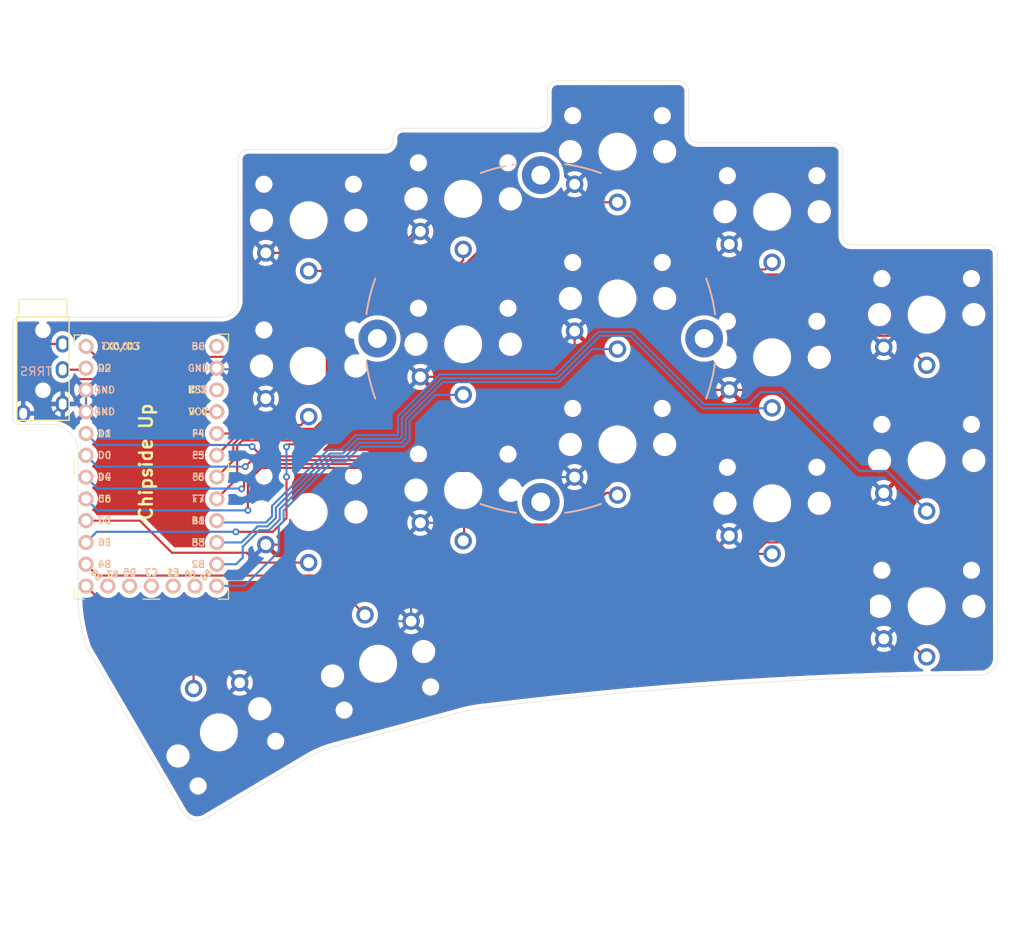
<source format=kicad_pcb>
(kicad_pcb (version 20211014) (generator pcbnew)
  (layers (0 "F.Cu" signal) (31 "B.Cu" signal) (34 "B.Paste" user) (35 "F.Paste" user) (36 "B.SilkS" user "B.Silkscreen") (37 "F.SilkS" user "F.Silkscreen") (38 "B.Mask" user) (39 "F.Mask" user) (44 "Edge.Cuts" user))
  (net 0 "")
  (net 1 "gnd")
  (net 2 "vcc")
  (net 3 "Switch18_r")
  (net 4 "reset_r")
  (net 5 "Switch9_r")
  (net 6 "Switch10_r")
  (net 7 "Switch11_r")
  (net 8 "Switch12_r")
  (net 9 "Switch13_r")
  (net 10 "Switch14_r")
  (net 11 "Switch15_r")
  (net 12 "Switch16_r")
  (net 13 "Switch17_r")
  (net 14 "Switch1_r")
  (net 15 "Switch2_r")
  (net 16 "Switch3_r")
  (net 17 "Switch4_r")
  (net 18 "Switch5_r")
  (net 19 "Switch6_r")
  (net 20 "Switch7_r")
  (net 21 "Switch8_r")
  (footprint "Kailh:TRRS-PJ-320A" (layer "F.Cu") (at 17.706193 49.601848)
    (fp_text reference "J1")
    (fp_text value "AudioJack4dpb" hide)
  )
  (footprint "Kailh:SW_PG1350_nonrev_DPB" (layer "F.Cu") (at 48.686 72.39)
    (fp_text reference "SW17_r1" hide)
    (fp_text value "SW_Push" hide)
  )
  (footprint "Kailh:SW_PG1350_nonrev_DPB" (layer "F.Cu") (at 66.7 52.832)
    (fp_text reference "SW11_r1" hide)
    (fp_text value "SW_Push" hide)
  )
  (footprint "Kailh:SW_PG1350_nonrev_DPB" (layer "F.Cu") (at 84.688 64.516)
    (fp_text reference "SW15_r1" hide)
    (fp_text value "SW_Push" hide)
  )
  (footprint "Kailh:SW_PG1350_nonrev_DPB" (layer "F.Cu") (at 102.714 71.374)
    (fp_text reference "SW18_r1" hide)
    (fp_text value "SW_Push" hide)
  )
  (footprint "Kailh:SW_PG1350_nonrev_DPB" (layer "F.Cu") (at 48.686 38.382)
    (fp_text reference "SW6_r1" hide)
    (fp_text value "SW_Push" hide)
  )
  (footprint "Kailh:SW_PG1350_nonrev_DPB" (layer "F.Cu") (at 66.7 35.882)
    (fp_text reference "SW5_r1" hide)
    (fp_text value "SW_Push" hide)
  )
  (footprint "Kailh:SW_PG1350_nonrev_DPB" (layer "F.Cu") (at 120.732 49.382)
    (fp_text reference "SW2_r1" hide)
    (fp_text value "SW_Push" hide)
  )
  (footprint "Kailh:SW_PG1350_nonrev_DPB" (layer "F.Cu") (at 66.7 69.85)
    (fp_text reference "SW16_r1" hide)
    (fp_text value "SW_Push" hide)
  )
  (footprint "Kailh:SW_PG1350_nonrev_DPB" (layer "F.Cu") (at 84.688 30.382)
    (fp_text reference "SW4_r1" hide)
    (fp_text value "SW_Push" hide)
  )
  (footprint "Kailh:SW_PG1350_nonrev_DPB" (layer "F.Cu") (at 120.732 83.382)
    (fp_text reference "SW13_r1" hide)
    (fp_text value "SW_Push" hide)
  )
  (footprint "Kailh:SW_PG1350_nonrev_DPB" (layer "F.Cu") (at 48.686 55.372)
    (fp_text reference "SW12_r1" hide)
    (fp_text value "SW_Push" hide)
  )
  (footprint "Kailh:SW_PG1350_nonrev_DPB" (layer "F.Cu") (at 102.714 37.382)
    (fp_text reference "SW3_r1" hide)
    (fp_text value "SW_Push" hide)
  )
  (footprint "Kailh:SW_PG1350_nonrev_DPB" (layer "F.Cu") (at 102.714 54.356)
    (fp_text reference "SW8_r1" hide)
    (fp_text value "SW_Push" hide)
  )
  (footprint "Kailh:SW_PG1350_nonrev_DPB" (layer "F.Cu") (at 56.778 90.082 -165)
    (fp_text reference "SW21_r1" hide)
    (fp_text value "SW_Push" hide)
  )
  (footprint "Kailh:SW_PG1350_nonrev_DPB" (layer "F.Cu") (at 84.688 47.498)
    (fp_text reference "SW9_r1" hide)
    (fp_text value "SW_Push" hide)
  )
  (footprint "Kailh:SW_PG1350_nonrev_DPB" (layer "F.Cu") (at 38.218 98.082 -150)
    (fp_text reference "SW20_r1" hide)
    (fp_text value "SW_Push" hide)
  )
  (footprint "Kailh:SW_PG1350_nonrev_DPB" (layer "F.Cu") (at 120.732 66.382)
    (fp_text reference "SW7_r1" hide)
    (fp_text value "SW_Push" hide)
  )
  (footprint "Button_Switch_Keyboard:Elite-C-29pin-holes" (layer "F.Cu") (at 30.35 67.05)
    (fp_text reference "U1" hide)
    (fp_text value "Elite-C-29pin-holes" hide)
  )
  (footprint "Button_Switch_Keyboard:Tenting_Puck2" (layer "F.Cu") (at 75.740799 52.163621)
    (fp_text reference "REF**")
    (fp_text value "Tenting Puck")
  )
  (gr_line (start 128.96 77.724) (end 128.975507 89.545022) (layer "Edge.Cuts") (width 0.05))
  (gr_arc (start 128.975507 89.545022) (mid 128.324689 90.873432) (end 126.936 91.383119) (layer "Edge.Cuts") (width 0.05))
  (gr_line (start 40.481999 47.763999) (end 40.485497 31.262857) (layer "Edge.Cuts") (width 0.05))
  (gr_line (start 21.794685 65.46085) (end 21.792 73.914) (layer "Edge.Cuts") (width 0.05))
  (gr_line (start 22.85 88.25) (end 34.034 107.451265) (layer "Edge.Cuts") (width 0.05))
  (gr_arc (start 40.481999 47.763999) (mid 39.859467 49.145717) (end 38.446998 49.694917) (layer "Edge.Cuts") (width 0.05))
  (gr_arc (start 69.659872 95.162429) (mid 98.24181 92.456547) (end 126.936 91.383119) (layer "Edge.Cuts") (width 0.05))
  (gr_arc (start 14.172 50.442) (mid 14.39167 49.91167) (end 14.922 49.692) (layer "Edge.Cuts") (width 0.05))
  (gr_line (start 38.446998 49.694917) (end 14.922 49.692) (layer "Edge.Cuts") (width 0.05))
  (gr_arc (start 36.766 108.05) (mid 35.275005 108.32098) (end 34.034 107.451265) (layer "Edge.Cuts") (width 0.05))
  (gr_line (start 21.792 73.914) (end 21.785166 81.612637) (layer "Edge.Cuts") (width 0.05))
  (gr_line (start 128.96 53.848) (end 128.96 72.644) (layer "Edge.Cuts") (width 0.05))
  (gr_line (start 128.931382 42.300196) (end 128.96 48.768) (layer "Edge.Cuts") (width 0.05))
  (gr_line (start 77.657617 22.128167) (end 91.84432 22.126066) (layer "Edge.Cuts") (width 0.05))
  (gr_arc (start 91.84432 22.126066) (mid 92.640872 22.467218) (end 92.98376 23.263024) (layer "Edge.Cuts") (width 0.05))
  (gr_line (start 14.172 50.442) (end 14.172 58.42) (layer "Edge.Cuts") (width 0.05))
  (gr_arc (start 18.522257 62.171476) (mid 20.854851 63.123487) (end 21.794685 65.46085) (layer "Edge.Cuts") (width 0.05))
  (gr_arc (start 14.91825 62.171817) (mid 14.38792 61.952147) (end 14.16825 61.421817) (layer "Edge.Cuts") (width 0.05))
  (gr_arc (start 76.520659 23.267607) (mid 76.861811 22.471055) (end 77.657617 22.128167) (layer "Edge.Cuts") (width 0.05))
  (gr_line (start 65.793809 95.898621) (end 51.537342 99.778574) (layer "Edge.Cuts") (width 0.05))
  (gr_line (start 92.98376 23.263024) (end 92.98632 28.310107) (layer "Edge.Cuts") (width 0.05))
  (gr_arc (start 127.899206 41.247583) (mid 128.636325 41.557149) (end 128.931382 42.300196) (layer "Edge.Cuts") (width 0.05))
  (gr_line (start 59.658625 27.64441) (end 75.508308 27.639764) (layer "Edge.Cuts") (width 0.05))
  (gr_line (start 58.522155 29.101971) (end 58.521667 28.78385) (layer "Edge.Cuts") (width 0.05))
  (gr_arc (start 48.811666 100.904698) (mid 50.14232 100.263888) (end 51.537342 99.778574) (layer "Edge.Cuts") (width 0.05))
  (gr_arc (start 58.521667 28.78385) (mid 58.862819 27.987298) (end 59.658625 27.64441) (layer "Edge.Cuts") (width 0.05))
  (gr_arc (start 65.793809 95.898621) (mid 67.707751 95.429487) (end 69.659872 95.162429) (layer "Edge.Cuts") (width 0.05))
  (gr_line (start 110.961897 30.456074) (end 110.960406 40.235318) (layer "Edge.Cuts") (width 0.05))
  (gr_line (start 41.622455 30.123417) (end 57.510673 30.12487) (layer "Edge.Cuts") (width 0.05))
  (gr_arc (start 58.522155 29.101971) (mid 58.235427 29.829989) (end 57.510673 30.12487) (layer "Edge.Cuts") (width 0.05))
  (gr_line (start 128.96 53.848) (end 128.96 48.768) (layer "Edge.Cuts") (width 0.05))
  (gr_arc (start 76.51979 26.616865) (mid 76.233062 27.344883) (end 75.508308 27.639764) (layer "Edge.Cuts") (width 0.05))
  (gr_line (start 48.811666 100.904698) (end 36.766 108.05) (layer "Edge.Cuts") (width 0.05))
  (gr_arc (start 22.85 88.25) (mid 22.022717 84.978624) (end 21.785166 81.612637) (layer "Edge.Cuts") (width 0.05))
  (gr_line (start 128.96 72.644) (end 128.96 77.724) (layer "Edge.Cuts") (width 0.05))
  (gr_arc (start 111.983305 41.2468) (mid 111.255287 40.960072) (end 110.960406 40.235318) (layer "Edge.Cuts") (width 0.05))
  (gr_line (start 94.009219 29.321589) (end 109.822457 29.319116) (layer "Edge.Cuts") (width 0.05))
  (gr_line (start 18.522257 62.171476) (end 14.91825 62.171817) (layer "Edge.Cuts") (width 0.05))
  (gr_line (start 111.983305 41.2468) (end 127.899206 41.247583) (layer "Edge.Cuts") (width 0.05))
  (gr_arc (start 109.822457 29.319116) (mid 110.619009 29.660268) (end 110.961897 30.456074) (layer "Edge.Cuts") (width 0.05))
  (gr_line (start 14.172 58.42) (end 14.16825 61.421817) (layer "Edge.Cuts") (width 0.05))
  (gr_line (start 76.51979 26.616865) (end 76.520659 23.267607) (layer "Edge.Cuts") (width 0.05))
  (gr_arc (start 94.009219 29.321589) (mid 93.281201 29.034861) (end 92.98632 28.310107) (layer "Edge.Cuts") (width 0.05))
  (gr_arc (start 40.485497 31.262857) (mid 40.826649 30.466305) (end 41.622455 30.123417) (layer "Edge.Cuts") (width 0.05))
  (gr_text "Chipside Up" (at 29.718 66.548 90) (layer "F.SilkS") (effects (font (size 1.5 1.5) (thickness 0.3))))
  (segment (start 79.688 51.298) (end 79.688 52.788) (width 0.25) (layer "F.Cu") (net 1))
  (segment (start 86.546 58.156) (end 79.688 51.298) (width 0.25) (layer "F.Cu") (net 1))
  (segment (start 74.354 56.632) (end 79.688 51.298) (width 0.25) (layer "F.Cu") (net 1))
  (segment (start 61.118 39.682) (end 61.7 39.682) (width 0.25) (layer "F.Cu") (net 1))
  (segment (start 115.732 53.182) (end 116.747999 54.197999) (width 0.25) (layer "F.Cu") (net 1))
  (segment (start 110.758 58.156) (end 97.714 58.156) (width 0.25) (layer "F.Cu") (net 1))
  (segment (start 79.688 52.788) (end 80.7 53.8) (width 0.25) (layer "F.Cu") (net 1))
  (segment (start 116.747999 69.166001) (end 115.732 70.182) (width 0.25) (layer "F.Cu") (net 1))
  (segment (start 61.7 56.632) (end 74.354 56.632) (width 0.25) (layer "F.Cu") (net 1))
  (segment (start 43.686 42.182) (end 52.686282 42.182) (width 0.25) (layer "F.Cu") (net 1))
  (segment (start 43.686 76.19) (end 59.16 76.19) (width 0.25) (layer "F.Cu") (net 1))
  (segment (start 115.732 53.182) (end 110.758 58.156) (width 0.25) (layer "F.Cu") (net 1))
  (segment (start 116.747999 54.197999) (end 116.747999 69.166001) (width 0.25) (layer "F.Cu") (net 1))
  (segment (start 97.714 58.156) (end 98.729999 59.171999) (width 0.25) (layer "F.Cu") (net 1))
  (segment (start 80.7 53.8) (end 80.7 67.304) (width 0.25) (layer "F.Cu") (net 1))
  (segment (start 52.686282 42.182) (end 53.291823 41.57646) (width 0.25) (layer "F.Cu") (net 1))
  (segment (start 98.729999 59.171999) (end 98.729999 74.158001) (width 0.25) (layer "F.Cu") (net 1))
  (segment (start 97.714 58.156) (end 86.546 58.156) (width 0.25) (layer "F.Cu") (net 1))
  (segment (start 80.7 67.304) (end 79.688 68.316) (width 0.25) (layer "F.Cu") (net 1))
  (segment (start 59.22354 41.57646) (end 61.118 39.682) (width 0.25) (layer "F.Cu") (net 1))
  (segment (start 53.291823 41.57646) (end 59.22354 41.57646) (width 0.25) (layer "F.Cu") (net 1))
  (segment (start 59.16 76.19) (end 61.7 73.65) (width 0.25) (layer "F.Cu") (net 1))
  (segment (start 98.729999 74.158001) (end 97.714 75.174) (width 0.25) (layer "F.Cu") (net 1))
  (segment (start 114.006579 85.456579) (end 115.732 87.182) (width 0.25) (layer "B.Cu") (net 1))
  (segment (start 38.1 55.75) (end 37.97 55.62) (width 0.25) (layer "B.Cu") (net 1))
  (segment (start 22.73 58.16) (end 22.73 60.7) (width 0.25) (layer "B.Cu") (net 1))
  (segment (start 72.000992 68.316) (end 79.688 68.316) (width 0.25) (layer "B.Cu") (net 1))
  (segment (start 44.946251 87.992979) (end 54.607021 87.992979) (width 0.25) (layer "B.Cu") (net 1))
  (segment (start 44.701999 58.156001) (end 43.686 59.172) (width 0.25) (layer "B.Cu") (net 1))
  (segment (start 60.624117 85.117387) (end 60.624117 74.725883) (width 0.25) (layer "B.Cu") (net 1))
  (segment (start 97.714 41.182) (end 98.729999 42.197999) (width 0.25) (layer "B.Cu") (net 1))
  (segment (start 15.406193 60.901848) (end 18.906193 60.901848) (width 0.25) (layer "B.Cu") (net 1))
  (segment (start 43.686 42.182) (end 44.701999 43.197999) (width 0.25) (layer "B.Cu") (net 1))
  (segment (start 61.7 73.65) (end 66.666992 73.65) (width 0.25) (layer "B.Cu") (net 1))
  (segment (start 98.729999 42.197999) (end 98.729999 57.140001) (width 0.25) (layer "B.Cu") (net 1))
  (segment (start 54.607021 87.992979) (end 57.5 85.1) (width 0.25) (layer "B.Cu") (net 1))
  (segment (start 44.701999 43.197999) (end 44.701999 58.156001) (width 0.25) (layer "B.Cu") (net 1))
  (segment (start 114.006579 71.907421) (end 114.006579 85.456579) (width 0.25) (layer "B.Cu") (net 1))
  (segment (start 60.624117 74.725883) (end 61.7 73.65) (width 0.25) (layer "B.Cu") (net 1))
  (segment (start 98.729999 57.140001) (end 97.714 58.156) (width 0.25) (layer "B.Cu") (net 1))
  (segment (start 62.715999 40.697999) (end 61.7 39.682) (width 0.25) (layer "B.Cu") (net 1))
  (segment (start 57.5 85.1) (end 57.517387 85.117387) (width 0.25) (layer "B.Cu") (net 1))
  (segment (start 40.648127 92.291103) (end 44.946251 87.992979) (width 0.25) (layer "B.Cu") (net 1))
  (segment (start 57.517387 85.117387) (end 60.624117 85.117387) (width 0.25) (layer "B.Cu") (net 1))
  (segment (start 61.7 56.632) (end 62.715999 55.616001) (width 0.25) (layer "B.Cu") (net 1))
  (segment (start 115.732 70.182) (end 114.006579 71.907421) (width 0.25) (layer "B.Cu") (net 1))
  (segment (start 21.831848 59.801848) (end 22.73 60.7) (width 0.25) (layer "B.Cu") (net 1))
  (segment (start 79.688 34.182) (end 80.703999 35.197999) (width 0.25) (layer "B.Cu") (net 1))
  (segment (start 18.906193 60.901848) (end 20.006193 59.801848) (width 0.25) (layer "B.Cu") (net 1))
  (segment (start 62.715999 55.616001) (end 62.715999 40.697999) (width 0.25) (layer "B.Cu") (net 1))
  (segment (start 40.264 55.75) (end 38.1 55.75) (width 0.25) (layer "B.Cu") (net 1))
  (segment (start 66.666992 73.65) (end 72.000992 68.316) (width 0.25) (layer "B.Cu") (net 1))
  (segment (start 80.703999 35.197999) (end 80.703999 50.282001) (width 0.25) (layer "B.Cu") (net 1))
  (segment (start 43.686 59.172) (end 40.264 55.75) (width 0.25) (layer "B.Cu") (net 1))
  (segment (start 20.006193 59.801848) (end 21.831848 59.801848) (width 0.25) (layer "B.Cu") (net 1))
  (segment (start 80.703999 50.282001) (end 79.688 51.298) (width 0.25) (layer "B.Cu") (net 1))
  (segment (start 27.75 60.7) (end 37.97 60.7) (width 0.25) (layer "F.Cu") (net 2))
  (segment (start 21 57.65) (end 19.05 57.65) (width 0.25) (layer "F.Cu") (net 2))
  (segment (start 28.2 60.7) (end 27.75 60.7) (width 0.25) (layer "F.Cu") (net 2))
  (segment (start 19.05 57.65) (end 17.65 56.25) (width 0.25) (layer "F.Cu") (net 2))
  (segment (start 27.75 60.7) (end 23.95 56.9) (width 0.25) (layer "F.Cu") (net 2))
  (segment (start 21.75 56.9) (end 21 57.65) (width 0.25) (layer "F.Cu") (net 2))
  (segment (start 23.95 56.9) (end 21.75 56.9) (width 0.25) (layer "F.Cu") (net 2))
  (segment (start 18.448152 52.801848) (end 20.006193 52.801848) (width 0.25) (layer "F.Cu") (net 2))
  (segment (start 17.65 53.6) (end 18.448152 52.801848) (width 0.25) (layer "F.Cu") (net 2))
  (segment (start 17.65 56.25) (end 17.65 53.6) (width 0.25) (layer "F.Cu") (net 2))
  (segment (start 22.548152 55.801848) (end 22.73 55.62) (width 0.25) (layer "F.Cu") (net 3))
  (segment (start 20.006193 55.801848) (end 22.548152 55.801848) (width 0.25) (layer "F.Cu") (net 3))
  (segment (start 54.738806 64.771732) (end 53.010538 66.5) (width 0.25) (layer "B.Cu") (net 5))
  (segment (start 63.494528 58.732) (end 60.45422 61.772308) (width 0.25) (layer "B.Cu") (net 5))
  (segment (start 41.2 81) (end 37.99 81) (width 0.25) (layer "B.Cu") (net 5))
  (segment (start 53.010538 66.5) (end 51.507154 66.5) (width 0.25) (layer "B.Cu") (net 5))
  (segment (start 60.45422 61.772308) (end 60.45422 64.007906) (width 0.25) (layer "B.Cu") (net 5))
  (segment (start 45.2 74.016161) (end 45.2 77) (width 0.25) (layer "B.Cu") (net 5))
  (segment (start 45.75998 73.456181) (end 45.2 74.016161) (width 0.25) (layer "B.Cu") (net 5))
  (segment (start 37.99 81) (end 37.97 81.02) (width 0.25) (layer "B.Cu") (net 5))
  (segment (start 51.507154 66.5) (end 45.759981 72.247173) (width 0.25) (layer "B.Cu") (net 5))
  (segment (start 59.690394 64.771732) (end 54.738806 64.771732) (width 0.25) (layer "B.Cu") (net 5))
  (segment (start 66.702 58.732) (end 63.494528 58.732) (width 0.25) (layer "B.Cu") (net 5))
  (segment (start 45.759981 72.247173) (end 45.75998 73.456181) (width 0.25) (layer "B.Cu") (net 5))
  (segment (start 60.45422 64.007906) (end 59.690394 64.771732) (width 0.25) (layer "B.Cu") (net 5))
  (segment (start 45.2 77) (end 41.2 81) (width 0.25) (layer "B.Cu") (net 5))
  (segment (start 39.6 61.4) (end 39.6 55.15) (width 0.25) (layer "F.Cu") (net 6))
  (segment (start 39.6 55.15) (end 38.75 54.3) (width 0.25) (layer "F.Cu") (net 6))
  (segment (start 38.448204 54.3) (end 23.95 54.3) (width 0.25) (layer "F.Cu") (net 6))
  (segment (start 40.4435 62.2435) (end 39.6 61.4) (width 0.25) (layer "F.Cu") (net 6))
  (segment (start 48.768 61.272) (end 47.7965 62.2435) (width 0.25) (layer "F.Cu") (net 6))
  (segment (start 47.7965 62.2435) (end 40.4435 62.2435) (width 0.25) (layer "F.Cu") (net 6))
  (segment (start 38.75 54.3) (end 38.4 54.3) (width 0.25) (layer "F.Cu") (net 6))
  (segment (start 23.95 54.3) (end 22.73 53.08) (width 0.25) (layer "F.Cu") (net 6))
  (segment (start 114.579167 81.254833) (end 112.318334 78.994) (width 0.25) (layer "F.Cu") (net 7))
  (segment (start 42.1 64.767548) (end 43.232452 65.9) (width 0.25) (layer "F.Cu") (net 7))
  (segment (start 116.814833 85.630833) (end 116.814833 82.016833) (width 0.25) (layer "F.Cu") (net 7))
  (segment (start 84.200282 68.072) (end 78.671322 73.60096) (width 0.25) (layer "F.Cu") (net 7))
  (segment (start 116.103167 81.305167) (end 116.103167 81.254833) (width 0.25) (layer "F.Cu") (net 7))
  (segment (start 85.598 68.072) (end 84.200282 68.072) (width 0.25) (layer "F.Cu") (net 7))
  (segment (start 91.118751 70.670341) (end 90.80641 70.358) (width 0.25) (layer "F.Cu") (net 7))
  (segment (start 91.127659 70.670341) (end 91.118751 70.670341) (width 0.25) (layer "F.Cu") (net 7))
  (segment (start 56.1 66.7) (end 68.054442 66.7) (width 0.25) (layer "F.Cu") (net 7))
  (segment (start 112.318334 78.994) (end 108.204 78.994) (width 0.25) (layer "F.Cu") (net 7))
  (segment (start 78.671322 73.60096) (end 78.421322 73.85096) (width 0.25) (layer "F.Cu") (net 7))
  (segment (start 70.34904 70.577604) (end 73.622396 73.85096) (width 0.25) (layer "F.Cu") (net 7))
  (segment (start 101.972319 75.932999) (end 101.081328 76.82399) (width 0.25) (layer "F.Cu") (net 7))
  (segment (start 101.081328 76.82399) (end 97.281308 76.82399) (width 0.25) (layer "F.Cu") (net 7))
  (segment (start 97.281308 76.82399) (end 91.127659 70.670341) (width 0.25) (layer "F.Cu") (net 7))
  (segment (start 87.884 70.358) (end 85.598 68.072) (width 0.25) (layer "F.Cu") (net 7))
  (segment (start 108.204 78.994) (end 105.142999 75.932999) (width 0.25) (layer "F.Cu") (net 7))
  (segment (start 105.142999 75.932999) (end 101.972319 75.932999) (width 0.25) (layer "F.Cu") (net 7))
  (segment (start 55.299999 65.9) (end 56.1 66.7) (width 0.25) (layer "F.Cu") (net 7))
  (segment (start 43.232452 65.9) (end 55.299999 65.9) (width 0.25) (layer "F.Cu") (net 7))
  (segment (start 116.103167 81.254833) (end 114.579167 81.254833) (width 0.25) (layer "F.Cu") (net 7))
  (segment (start 78.421322 73.85096) (end 74.2 73.85096) (width 0.25) (layer "F.Cu") (net 7))
  (segment (start 120.65 89.466) (end 116.814833 85.630833) (width 0.25) (layer "F.Cu") (net 7))
  (segment (start 90.80641 70.358) (end 87.884 70.358) (width 0.25) (layer "F.Cu") (net 7))
  (segment (start 116.814833 82.016833) (end 116.103167 81.305167) (width 0.25) (layer "F.Cu") (net 7))
  (segment (start 70.34904 68.994598) (end 70.34904 70.577604) (width 0.25) (layer "F.Cu") (net 7))
  (segment (start 73.622396 73.85096) (end 74.65 73.85096) (width 0.25) (layer "F.Cu") (net 7))
  (segment (start 68.054442 66.7) (end 70.34904 68.994598) (width 0.25) (layer "F.Cu") (net 7))
  (via (at 42.1 64.767548) (size 0.8) (drill 0.4) (layers "F.Cu" "B.Cu") (net 7))
  (segment (start 41.911641 64.579189) (end 24.069189 64.579189) (width 0.25) (layer "B.Cu") (net 7))
  (segment (start 24.069189 64.579189) (end 22.73 63.24) (width 0.25) (layer "B.Cu") (net 7))
  (segment (start 42.1 64.767548) (end 41.911641 64.579189) (width 0.25) (layer "B.Cu") (net 7))
  (segment (start 97.086 77.274) (end 102.616 77.274) (width 0.25) (layer "F.Cu") (net 8))
  (segment (start 73.436198 74.30048) (end 78.60752 74.30048) (width 0.25) (layer "F.Cu") (net 8))
  (segment (start 69.89952 70.763802) (end 73.436198 74.30048) (width 0.25) (layer "F.Cu") (net 8))
  (segment (start 78.60752 74.30048) (end 84.328 68.58) (width 0.25) (layer "F.Cu") (net 8))
  (segment (start 41.3 67.1) (end 42.05048 66.34952) (width 0.25) (layer "F.Cu") (net 8))
  (segment (start 67.868245 67.14952) (end 69.89952 69.180795) (width 0.25) (layer "F.Cu") (net 8))
  (segment (start 55.913802 67.14952) (end 67.868245 67.14952) (width 0.25) (layer "F.Cu") (net 8))
  (segment (start 90.678 70.866) (end 97.086 77.274) (width 0.25) (layer "F.Cu") (net 8))
  (segment (start 85.46959 68.58) (end 87.75559 70.866) (width 0.25) (layer "F.Cu") (net 8))
  (segment (start 55.113802 66.34952) (end 55.913802 67.14952) (width 0.25) (layer "F.Cu") (net 8))
  (segment (start 87.75559 70.866) (end 90.678 70.866) (width 0.25) (layer "F.Cu") (net 8))
  (segment (start 42.05048 66.34952) (end 55.113802 66.34952) (width 0.25) (layer "F.Cu") (net 8))
  (segment (start 69.89952 69.180795) (end 69.89952 70.763802) (width 0.25) (layer "F.Cu") (net 8))
  (segment (start 84.328 68.58) (end 85.46959 68.58) (width 0.25) (layer "F.Cu") (net 8))
  (via (at 41.3 67.1) (size 0.8) (drill 0.4) (layers "F.Cu" "B.Cu") (net 8))
  (segment (start 24.05 67.1) (end 22.73 65.78) (width 0.25) (layer "B.Cu") (net 8))
  (segment (start 41.3 67.1) (end 24.05 67.1) (width 0.25) (layer "B.Cu") (net 8))
  (segment (start 42.991129 66.79904) (end 54.927606 66.79904) (width 0.25) (layer "F.Cu") (net 9))
  (segment (start 55.727604 67.599039) (end 67.682048 67.59904) (width 0.25) (layer "F.Cu") (net 9))
  (segment (start 67.682048 67.59904) (end 69.45 69.366992) (width 0.25) (layer "F.Cu") (net 9))
  (segment (start 69.45 70.95) (end 73.25 74.75) (width 0.25) (layer "F.Cu") (net 9))
  (segment (start 54.927606 66.79904) (end 55.727604 67.599039) (width 0.25) (layer "F.Cu") (net 9))
  (segment (start 40.8755 69.7) (end 41.15048 69.42502) (width 0.25) (layer "F.Cu") (net 9))
  (segment (start 41.15048 69.42502) (end 41.15048 68.639689) (width 0.25) (layer "F.Cu") (net 9))
  (segment (start 78.793718 74.75) (end 83.381718 70.162) (width 0.25) (layer "F.Cu") (net 9))
  (segment (start 73.25 74.75) (end 78.793718 74.75) (width 0.25) (layer "F.Cu") (net 9))
  (segment (start 69.45 69.366992) (end 69.45 70.95) (width 0.25) (layer "F.Cu") (net 9))
  (segment (start 41.15048 68.639689) (end 42.991129 66.79904) (width 0.25) (layer "F.Cu") (net 9))
  (segment (start 83.381718 70.162) (end 84.736 70.162) (width 0.25) (layer "F.Cu") (net 9))
  (via (at 40.8755 69.7) (size 0.8) (drill 0.4) (layers "F.Cu" "B.Cu") (net 9))
  (segment (start 40.834689 69.659189) (end 24.069189 69.659189) (width 0.25) (layer "B.Cu") (net 9))
  (segment (start 24.069189 69.659189) (end 22.73 68.32) (width 0.25) (layer "B.Cu") (net 9))
  (segment (start 40.8755 69.7) (end 40.834689 69.659189) (width 0.25) (layer "B.Cu") (net 9))
  (segment (start 43.177326 67.24856) (end 54.741409 67.24856) (width 0.25) (layer "F.Cu") (net 10))
  (segment (start 41.6 72.2) (end 41.6 68.825886) (width 0.25) (layer "F.Cu") (net 10))
  (segment (start 64.160167 68.478167) (end 64.160167 71.221833) (width 0.25) (layer "F.Cu") (net 10))
  (segment (start 54.741409 67.24856) (end 55.541406 68.048558) (width 0.25) (layer "F.Cu") (net 10))
  (segment (start 55.541406 68.048558) (end 63.73056 68.04856) (width 0.25) (layer "F.Cu") (net 10))
  (segment (start 64.160167 71.221833) (end 66.802 73.863666) (width 0.25) (layer "F.Cu") (net 10))
  (segment (start 66.802 73.863666) (end 66.802 76.004) (width 0.25) (layer "F.Cu") (net 10))
  (segment (start 41.6 68.825886) (end 43.177326 67.24856) (width 0.25) (layer "F.Cu") (net 10))
  (segment (start 63.73056 68.04856) (end 64.160167 68.478167) (width 0.25) (layer "F.Cu") (net 10))
  (via (at 41.6 72.2) (size 0.8) (drill 0.4) (layers "F.Cu" "B.Cu") (net 10))
  (segment (start 41.6 72.2) (end 41.599189 72.199189) (width 0.25) (layer "B.Cu") (net 10))
  (segment (start 24.069189 72.199189) (end 22.73 70.86) (width 0.25) (layer "B.Cu") (net 10))
  (segment (start 41.599189 72.199189) (end 24.069189 72.199189) (width 0.25) (layer "B.Cu") (net 10))
  (segment (start 29 73.4) (end 22.73 73.4) (width 0.25) (layer "F.Cu") (net 11))
  (segment (start 41.472211 77.140811) (end 32.740811 77.140811) (width 0.25) (layer "F.Cu") (net 11))
  (segment (start 42.6214 78.29) (end 41.472211 77.140811) (width 0.25) (layer "F.Cu") (net 11))
  (segment (start 32.740811 77.140811) (end 29 73.4) (width 0.25) (layer "F.Cu") (net 11))
  (segment (start 48.686 78.29) (end 42.6214 78.29) (width 0.25) (layer "F.Cu") (net 11))
  (segment (start 55.250968 84.383038) (end 50.66793 79.8) (width 0.25) (layer "F.Cu") (net 12))
  (segment (start 50.66793 79.8) (end 24.05 79.8) (width 0.25) (layer "F.Cu") (net 12))
  (segment (start 24.05 79.8) (end 22.73 78.48) (width 0.25) (layer "F.Cu") (net 12))
  (segment (start 35.268 92.97245) (end 35.268 84.068) (width 0.25) (layer "F.Cu") (net 13))
  (segment (start 24.71 83) (end 22.73 81.02) (width 0.25) (layer "F.Cu") (net 13))
  (segment (start 35.268 84.068) (end 34.2 83) (width 0.25) (layer "F.Cu") (net 13))
  (segment (start 34.2 83) (end 24.71 83) (width 0.25) (layer "F.Cu") (net 13))
  (segment (start 92.14401 43.37601) (end 87.63 38.862) (width 0.25) (layer "F.Cu") (net 14))
  (segment (start 66.87005 44.86945) (end 59.98104 44.86945) (width 0.25) (layer "F.Cu") (net 14))
  (segment (start 107.188 44.704) (end 98.298 44.704) (width 0.25) (layer "F.Cu") (net 14))
  (segment (start 49 64.5) (end 46.4 64.5) (width 0.25) (layer "F.Cu") (net 14))
  (segment (start 120.732 55.282) (end 117.290999 51.840999) (width 0.25) (layer "F.Cu") (net 14))
  (segment (start 54.102 43.434) (end 52.71602 44.81998) (width 0.25) (layer "F.Cu") (net 14))
  (segment (start 46.1 73.1) (end 44.5 74.7) (width 0.25) (layer "F.Cu") (net 14))
  (segment (start 58.54559 43.434) (end 54.102 43.434) (width 0.25) (layer "F.Cu") (net 14))
  (segment (start 46.1 68.3) (end 46.1 73.1) (width 0.25) (layer "F.Cu") (net 14))
  (segment (start 50.06963 64.5) (end 49 64.5) (width 0.25) (layer "F.Cu") (net 14))
  (segment (start 52.71602 44.81998) (end 52.71602 61.85361) (width 0.25) (layer "F.Cu") (net 14))
  (segment (start 117.290999 51.840999) (end 114.324999 51.840999) (width 0.25) (layer "F.Cu") (net 14))
  (segment (start 59.98104 44.86945) (end 58.54559 43.434) (width 0.25) (layer "F.Cu") (net 14))
  (segment (start 98.298 44.704) (end 96.97001 43.37601) (width 0.25) (layer "F.Cu") (net 14))
  (segment (start 72.877502 38.862) (end 66.87005 44.86945) (width 0.25) (layer "F.Cu") (net 14))
  (segment (start 52.71602 61.85361) (end 50.06963 64.5) (width 0.25) (layer "F.Cu") (net 14))
  (segment (start 44.5 74.7) (end 40.2 74.7) (width 0.25) (layer "F.Cu") (net 14))
  (segment (start 96.97001 43.37601) (end 92.14401 43.37601) (width 0.25) (layer "F.Cu") (net 14))
  (segment (start 46.4 64.5) (end 46.1 64.8) (width 0.25) (layer "F.Cu") (net 14))
  (segment (start 87.63 38.862) (end 72.877502 38.862) (width 0.25) (layer "F.Cu") (net 14))
  (segment (start 114.324999 51.840999) (end 107.188 44.704) (width 0.25) (layer "F.Cu") (net 14))
  (via (at 46.1 64.8) (size 0.8) (drill 0.4) (layers "F.Cu" "B.Cu") (net 14))
  (via (at 46.1 68.3) (size 0.8) (drill 0.4) (layers "F.Cu" "B.Cu") (net 14))
  (via (at 40.2 74.7) (size 0.8) (drill 0.4) (layers "F.Cu" "B.Cu") (net 14))
  (segment (start 46.1 68.3) (end 46.1 64.8) (width 0.25) (layer "B.Cu") (net 14))
  (segment (start 22.7174 76.146) (end 22.7174 75.946) (width 0.25) (layer "B.Cu") (net 14))
  (segment (start 40.2 74.7) (end 23.97 74.7) (width 0.25) (layer "B.Cu") (net 14))
  (segment (start 23.97 74.7) (end 22.73 75.94) (width 0.25) (layer "B.Cu") (net 14))
  (segment (start 66.683651 44.419441) (end 60.167442 44.419442) (width 0.25) (layer "F.Cu") (net 15))
  (segment (start 97.282 42.926) (end 92.456 42.926) (width 0.25) (layer "F.Cu") (net 15))
  (segment (start 98.474301 44.118301) (end 97.282 42.926) (width 0.25) (layer "F.Cu") (net 15))
  (segment (start 40.978388 64.043048) (end 40.34952 64.671916) (width 0.25) (layer "F.Cu") (net 15))
  (segment (start 101.877699 44.118301) (end 98.474301 44.118301) (width 0.25) (layer "F.Cu") (net 15))
  (segment (start 52.26601 61.667902) (end 49.890865 64.043047) (width 0.25) (layer "F.Cu") (net 15))
  (segment (start 102.714 43.282) (end 101.877699 44.118301) (width 0.25) (layer "F.Cu") (net 15))
  (segment (start 58.674 42.926) (end 53.85082 42.926) (width 0.25) (layer "F.Cu") (net 15))
  (segment (start 92.456 42.926) (end 87.809546 38.279546) (width 0.25) (layer "F.Cu") (net 15))
  (segment (start 53.85082 42.926) (end 52.26601 44.51081) (width 0.25) (layer "F.Cu") (net 15))
  (segment (start 49.890865 64.043047) (end 40.978388 64.043048) (width 0.25) (layer "F.Cu") (net 15))
  (segment (start 87.809546 38.279546) (end 72.823546 38.279546) (width 0.25) (layer "F.Cu") (net 15))
  (segment (start 40.34952 68.48048) (end 37.97 70.86) (width 0.25) (layer "F.Cu") (net 15))
  (segment (start 72.823546 38.279546) (end 66.683651 44.419441) (width 0.25) (layer "F.Cu") (net 15))
  (segment (start 40.34952 64.671916) (end 40.34952 68.48048) (width 0.25) (layer "F.Cu") (net 15))
  (segment (start 60.167442 44.419442) (end 58.674 42.926) (width 0.25) (layer "F.Cu") (net 15))
  (segment (start 52.26601 44.51081) (end 52.26601 61.667902) (width 0.25) (layer "F.Cu") (net 15))
  (segment (start 81.570464 37.829536) (end 83.118 36.282) (width 0.25) (layer "F.Cu") (net 16))
  (segment (start 37.97 68.32) (end 39.9 66.39) (width 0.25) (layer "F.Cu") (net 16))
  (segment (start 58.8604 42.47599) (end 60.353842 43.969432) (width 0.25) (layer "F.Cu") (net 16))
  (segment (start 53.66442 42.47599) (end 58.8604 42.47599) (width 0.25) (layer "F.Cu") (net 16))
  (segment (start 51.816 61.481502) (end 51.816 44.32441) (width 0.25) (layer "F.Cu") (net 16))
  (segment (start 40.792679 63.593039) (end 49.704464 63.593038) (width 0.25) (layer "F.Cu") (net 16))
  (segment (start 39.9 64.485718) (end 40.792679 63.593039) (width 0.25) (layer "F.Cu") (net 16))
  (segment (start 60.353842 43.969432) (end 66.49725 43.969432) (width 0.25) (layer "F.Cu") (net 16))
  (segment (start 66.49725 43.969432) (end 72.637146 37.829536) (width 0.25) (layer "F.Cu") (net 16))
  (segment (start 72.637146 37.829536) (end 81.570464 37.829536) (width 0.25) (layer "F.Cu") (net 16))
  (segment (start 83.118 36.282) (end 84.688 36.282) (width 0.25) (layer "F.Cu") (net 16))
  (segment (start 49.704464 63.593038) (end 51.816 61.481502) (width 0.25) (layer "F.Cu") (net 16))
  (segment (start 39.9 66.39) (end 39.9 64.485718) (width 0.25) (layer "F.Cu") (net 16))
  (segment (start 51.816 44.32441) (end 53.66442 42.47599) (width 0.25) (layer "F.Cu") (net 16))
  (segment (start 40.606971 63.143029) (end 37.97 65.78) (width 0.25) (layer "F.Cu") (net 17))
  (segment (start 51.257511 46.786489) (end 51.257511 61.403581) (width 0.25) (layer "F.Cu") (net 17))
  (segment (start 59.0468 42.02598) (end 53.47802 42.02598) (width 0.25) (layer "F.Cu") (net 17))
  (segment (start 51.257511 61.403581) (end 49.518063 63.143029) (width 0.25) (layer "F.Cu") (net 17))
  (segment (start 66.7 43.028) (end 66.208576 43.519424) (width 0.25) (layer "F.Cu") (net 17))
  (segment (start 51.365991 44.138009) (end 51.36599 46.67801) (width 0.25) (layer "F.Cu") (net 17))
  (segment (start 66.208576 43.519424) (end 60.540244 43.519424) (width 0.25) (layer "F.Cu") (net 17))
  (segment (start 51.36599 46.67801) (end 51.257511 46.786489) (width 0.25) (layer "F.Cu") (net 17))
  (segment (start 53.47802 42.02598) (end 51.365991 44.138009) (width 0.25) (layer "F.Cu") (net 17))
  (segment (start 60.540244 43.519424) (end 59.0468 42.02598) (width 0.25) (layer "F.Cu") (net 17))
  (segment (start 66.7 41.782) (end 66.7 43.028) (width 0.25) (layer "F.Cu") (net 17))
  (segment (start 49.518063 63.143029) (end 40.606971 63.143029) (width 0.25) (layer "F.Cu") (net 17))
  (segment (start 50.124 44.282) (end 50.807501 44.965501) (width 0.25) (layer "F.Cu") (net 18))
  (segment (start 48.686 44.282) (end 50.124 44.282) (width 0.25) (layer "F.Cu") (net 18))
  (segment (start 49.331662 62.69302) (end 40.40698 62.69302) (width 0.25) (layer "F.Cu") (net 18))
  (segment (start 40.40698 62.69302) (end 39.86 63.24) (width 0.25) (layer "F.Cu") (net 18))
  (segment (start 50.807501 44.965501) (end 50.807501 61.217181) (width 0.25) (layer "F.Cu") (net 18))
  (segment (start 39.86 63.24) (end 37.97 63.24) (width 0.25) (layer "F.Cu") (net 18))
  (segment (start 50.807501 61.217181) (end 49.331662 62.69302) (width 0.25) (layer "F.Cu") (net 18))
  (segment (start 94.776197 59.85048) (end 86.325717 51.4) (width 0.25) (layer "B.Cu") (net 19))
  (segment (start 54.180702 63.422682) (end 52.481468 65.121916) (width 0.25) (layer "B.Cu") (net 19))
  (segment (start 86.325717 51.4) (end 82.458 51.4) (width 0.25) (layer "B.Cu") (net 19))
  (segment (start 52.481468 65.121916) (end 50.978084 65.121916) (width 0.25) (layer "B.Cu") (net 19))
  (segment (start 50.978084 65.121916) (end 44.411421 71.688579) (width 0.25) (layer "B.Cu") (net 19))
  (segment (start 103.68241 58.4) (end 101.4 58.4) (width 0.25) (layer "B.Cu") (net 19))
  (segment (start 44.411421 71.688579) (end 44.411421 72.897587) (width 0.25) (layer "B.Cu") (net 19))
  (segment (start 101.4 58.4) (end 99.94952 59.85048) (width 0.25) (layer "B.Cu") (net 19))
  (segment (start 112.889831 67.607421) (end 103.68241 58.4) (width 0.25) (layer "B.Cu") (net 19))
  (segment (start 82.458 51.4) (end 77.508 56.35) (width 0.25) (layer "B.Cu") (net 19))
  (segment (start 38.185421 73.615421) (end 37.97 73.4) (width 0.25) (layer "B.Cu") (net 19))
  (segment (start 59.105172 61.214203) (end 59.105171 63.422682) (width 0.25) (layer "B.Cu") (net 19))
  (segment (start 44.411421 72.897587) (end 43.693587 73.615421) (width 0.25) (layer "B.Cu") (net 19))
  (segment (start 120.65 72.39) (end 120.65 72.15) (width 0.25) (layer "B.Cu") (net 19))
  (segment (start 59.105171 63.422682) (end 54.180702 63.422682) (width 0.25) (layer "B.Cu") (net 19))
  (segment (start 43.693587 73.615421) (end 38.185421 73.615421) (width 0.25) (layer "B.Cu") (net 19))
  (segment (start 120.65 72.15) (end 116.107421 67.607421) (width 0.25) (layer "B.Cu") (net 19))
  (segment (start 116.107421 67.607421) (end 112.889831 67.607421) (width 0.25) (layer "B.Cu") (net 19))
  (segment (start 77.508 56.35) (end 63.969375 56.35) (width 0.25) (layer "B.Cu") (net 19))
  (segment (start 63.969375 56.35) (end 59.105172 61.214203) (width 0.25) (layer "B.Cu") (net 19))
  (segment (start 99.94952 59.85048) (end 94.776197 59.85048) (width 0.25) (layer "B.Cu") (net 19))
  (segment (start 82.644198 51.84952) (end 77.694197 56.79952) (width 0.25) (layer "B.Cu") (net 20))
  (segment (start 44.860941 73.083785) (end 44.597618 73.347107) (width 0.25) (layer "B.Cu") (net 20))
  (segment (start 44.860941 71.874777) (end 44.860941 73.083785) (width 0.25) (layer "B.Cu") (net 20))
  (segment (start 44.597618 73.347107) (end 43.879784 74.064941) (width 0.25) (layer "B.Cu") (net 20))
  (segment (start 40.86 75.94) (end 37.97 75.94) (width 0.25) (layer "B.Cu") (net 20))
  (segment (start 54.36641 63.872692) (end 52.667666 65.571436) (width 0.25) (layer "B.Cu") (net 20))
  (segment (start 86.13952 51.84952) (end 82.644198 51.84952) (width 0.25) (layer "B.Cu") (net 20))
  (segment (start 64.155572 56.79952) (end 59.554692 61.4004) (width 0.25) (layer "B.Cu") (net 20))
  (segment (start 59.528465 63.635309) (end 59.291082 63.872692) (width 0.25) (layer "B.Cu") (net 20))
  (segment (start 43.879784 74.064941) (end 42.735059 74.064941) (width 0.25) (layer "B.Cu") (net 20))
  (segment (start 59.554692 61.4004) (end 59.554691 63.635309) (width 0.25) (layer "B.Cu") (net 20))
  (segment (start 102.616 60.256) (end 102.572 60.3) (width 0.25) (layer "B.Cu") (net 20))
  (segment (start 59.554691 63.635309) (end 59.528465 63.635309) (width 0.25) (layer "B.Cu") (net 20))
  (segment (start 94.59 60.3) (end 86.13952 51.84952) (width 0.25) (layer "B.Cu") (net 20))
  (segment (start 52.667666 65.571436) (end 51.164282 65.571436) (width 0.25) (layer "B.Cu") (net 20))
  (segment (start 59.291082 63.872692) (end 54.36641 63.872692) (width 0.25) (layer "B.Cu") (net 20))
  (segment (start 42.735059 74.064941) (end 40.86 75.94) (width 0.25) (layer "B.Cu") (net 20))
  (segment (start 102.572 60.3) (end 94.59 60.3) (width 0.25) (layer "B.Cu") (net 20))
  (segment (start 77.694197 56.79952) (end 64.155572 56.79952) (width 0.25) (layer "B.Cu") (net 20))
  (segment (start 51.164282 65.571436) (end 44.860941 71.874777) (width 0.25) (layer "B.Cu") (net 20))
  (segment (start 45.310461 72.060975) (end 45.31046 73.269983) (width 0.25) (layer "B.Cu") (net 21))
  (segment (start 52.853863 66.020956) (end 51.35048 66.020956) (width 0.25) (layer "B.Cu") (net 21))
  (segment (start 59.504196 64.322212) (end 54.552608 64.322212) (width 0.25) (layer "B.Cu") (net 21))
  (segment (start 42.921257 74.514461) (end 41 76.435718) (width 0.25) (layer "B.Cu") (net 21))
  (segment (start 45.31046 73.269983) (end 44.065981 74.514461) (width 0.25) (layer "B.Cu") (net 21))
  (segment (start 60.0047 63.821708) (end 59.504196 64.322212) (width 0.25) (layer "B.Cu") (net 21))
  (segment (start 40.22 78.48) (end 37.97 78.48) (width 0.25) (layer "B.Cu") (net 21))
  (segment (start 77.88178 57.24904) (end 64.34177 57.24904) (width 0.25) (layer "B.Cu") (net 21))
  (segment (start 84.836 53.398) (end 81.73282 53.398) (width 0.25) (layer "B.Cu") (net 21))
  (segment (start 44.065981 74.514461) (end 42.921257 74.514461) (width 0.25) (layer "B.Cu") (net 21))
  (segment (start 51.35048 66.020956) (end 45.310461 72.060975) (width 0.25) (layer "B.Cu") (net 21))
  (segment (start 41 76.435718) (end 41 77.7) (width 0.25) (layer "B.Cu") (net 21))
  (segment (start 81.73282 53.398) (end 77.88178 57.24904) (width 0.25) (layer "B.Cu") (net 21))
  (segment (start 60.0047 61.58611) (end 60.0047 63.821708) (width 0.25) (layer "B.Cu") (net 21))
  (segment (start 64.34177 57.24904) (end 60.0047 61.58611) (width 0.25) (layer "B.Cu") (net 21))
  (segment (start 54.552608 64.322212) (end 52.853863 66.020956) (width 0.25) (layer "B.Cu") (net 21))
  (segment (start 41 77.7) (end 40.22 78.48) (width 0.25) (layer "B.Cu") (net 21))
  (zone (net 1) (net_name "gnd") (layer "F.Cu") (connect_pads (clearance 0.508)) (min_thickness 0.254) (fill yes (thermal_gap 0.508) (thermal_bridge_width 0.508))
    (polygon (pts (xy 12.7 12.7) (xy 132.08 12.7) (xy 132.08 121.92) (xy 12.7 121.92)))
  )
  (zone (net 1) (net_name "gnd") (layer "B.Cu") (connect_pads (clearance 0.508)) (min_thickness 0.254) (fill yes (thermal_gap 0.508) (thermal_bridge_width 0.508))
    (polygon (pts (xy 12.7 12.7) (xy 132.08 12.7) (xy 132.08 121.92) (xy 12.7 121.92)))
  )
)
</source>
